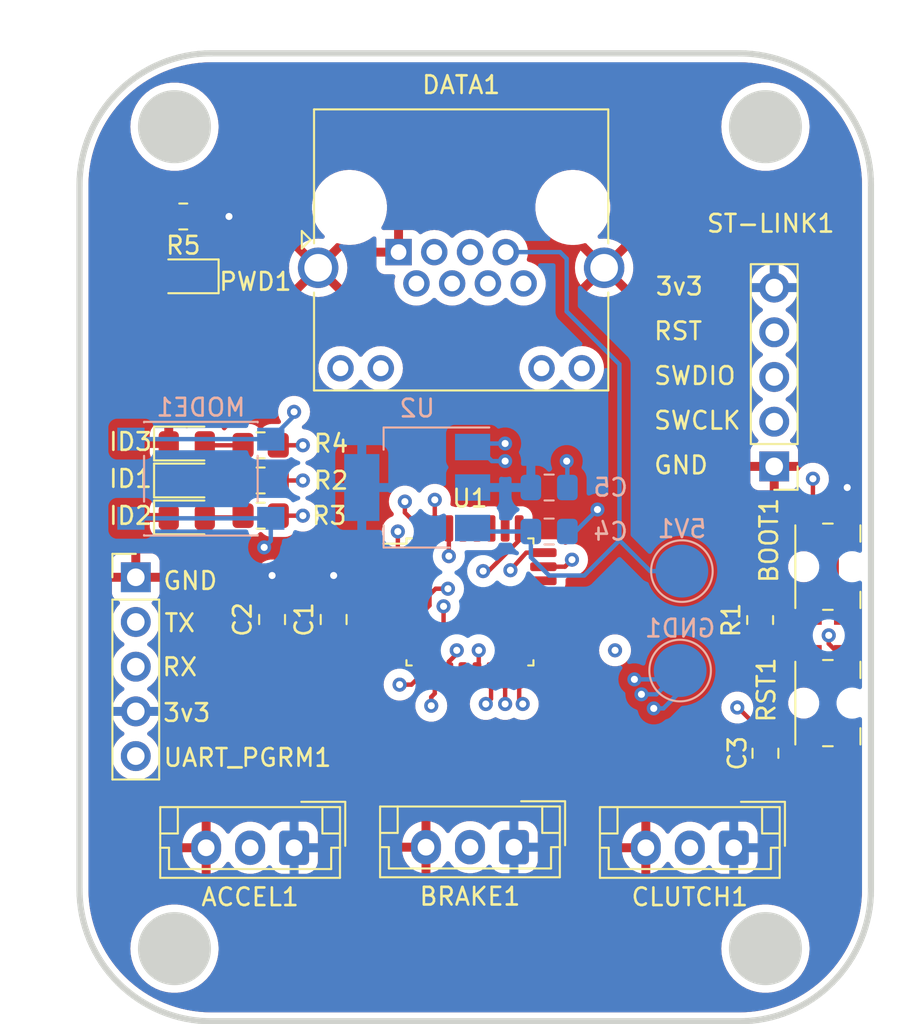
<source format=kicad_pcb>
(kicad_pcb (version 20211014) (generator pcbnew)
  (layers (0 "F.Cu" signal) (1 "In1.Cu" signal) (2 "In2.Cu" signal) (31 "B.Cu" signal) (34 "B.Paste" user) (35 "F.Paste" user) (36 "B.SilkS" user "B.Silkscreen") (37 "F.SilkS" user "F.Silkscreen") (38 "B.Mask" user) (39 "F.Mask" user) (44 "Edge.Cuts" user))
  (net 0 "")
  (net 3 "/BOOT")
  (net 5 "/NRST")
  (net 12 "/USART_TX")
  (net 13 "/SWCLK")
  (net 14 "/SWDIO")
  (net 19 "/MODE")
  (net 20 "Net-(PWD1-Pad2)")
  (net 21 "+3.3V")
  (net 22 "GNDREF")
  (net 23 "+5V")
  (net 24 "/CLUTCH")
  (net 25 "/ACCEL")
  (net 26 "/BRAKE")
  (net 27 "/MISO")
  (net 28 "/MOSI")
  (net 29 "/CS_PDL")
  (net 30 "/SCKL")
  (net 35 "/USART_RX")
  (net 38 "/IND0")
  (net 39 "/IND1")
  (net 40 "/IND2")
  (net 41 "Net-(ID1-Pad2)")
  (net 42 "Net-(ID2-Pad2)")
  (net 43 "Net-(ID3-Pad2)")
  (footprint "Connector_JST:JST_EH_B3B-EH-A_1x03_P2.50mm_Vertical" (layer "F.Cu") (at 149 116.935 180)
    (fp_text reference "BRAKE1" (at 2.5 -2.8 180) (layer "F.SilkS"))
    (fp_text value "Conn_01x03_Female")
    (pad "1" thru_hole roundrect (at 0 0 180) (size 1.7 1.95) (drill 0.95) (layers *.Cu *.Mask) (roundrect_rratio 0.1470588235) (net 21 "+3.3V"))
    (pad "2" thru_hole oval (at 2.5 0 180) (size 1.7 1.95) (drill 0.95) (layers *.Cu *.Mask) (net 26 "/BRAKE"))
    (pad "3" thru_hole oval (at 5 0 180) (size 1.7 1.95) (drill 0.95) (layers *.Cu *.Mask) (net 22 "GNDREF"))
  )
  (footprint "Capacitor_SMD:C_0805_2012Metric_Pad1.18x1.45mm_HandSolder" (layer "F.Cu") (at 135.25 104 90)
    (fp_text reference "C2" (at 0 -1.68 90) (layer "F.SilkS"))
    (fp_text value "4.7uf")
    (pad "1" smd roundrect (at -1.0375 0 90) (size 1.175 1.45) (layers "F.Cu" "F.Paste" "F.Mask") (roundrect_rratio 0.2127659574) (net 22 "GNDREF"))
    (pad "2" smd roundrect (at 1.0375 0 90) (size 1.175 1.45) (layers "F.Cu" "F.Paste" "F.Mask") (roundrect_rratio 0.2127659574) (net 21 "+3.3V"))
  )
  (footprint "LED_SMD:LED_0805_2012Metric_Pad1.15x1.40mm_HandSolder" (layer "F.Cu") (at 130.4 96.1)
    (fp_text reference "ID1" (at -3.2 -0.1) (layer "F.SilkS"))
    (fp_text value "LED")
    (pad "1" smd roundrect (at -1.025 0) (size 1.15 1.4) (layers "F.Cu" "F.Paste" "F.Mask") (roundrect_rratio 0.2173913043) (net 22 "GNDREF"))
    (pad "2" smd roundrect (at 1.025 0) (size 1.15 1.4) (layers "F.Cu" "F.Paste" "F.Mask") (roundrect_rratio 0.2173913043) (net 41 "Net-(ID1-Pad2)"))
  )
  (footprint "Connector_JST:JST_EH_B3B-EH-A_1x03_P2.50mm_Vertical" (layer "F.Cu") (at 161.5 116.9675 180)
    (fp_text reference "CLUTCH1" (at 2.5 -2.8 180) (layer "F.SilkS"))
    (fp_text value "Conn_01x03_Female")
    (pad "1" thru_hole roundrect (at 0 0 180) (size 1.7 1.95) (drill 0.95) (layers *.Cu *.Mask) (roundrect_rratio 0.1470588235) (net 21 "+3.3V"))
    (pad "2" thru_hole oval (at 2.5 0 180) (size 1.7 1.95) (drill 0.95) (layers *.Cu *.Mask) (net 24 "/CLUTCH"))
    (pad "3" thru_hole oval (at 5 0 180) (size 1.7 1.95) (drill 0.95) (layers *.Cu *.Mask) (net 22 "GNDREF"))
  )
  (footprint "Connector_RJ:RJ45_Amphenol_RJHSE538X" (layer "F.Cu") (at 142.44 83.125)
    (fp_text reference "DATA1" (at 3.56 -9.5) (layer "F.SilkS"))
    (fp_text value "8P8C_LED_Shielded")
    (pad "" np_thru_hole circle (at 9.91 -2.54) (size 3.25 3.25) (drill 3.25) (layers *.Cu *.Mask))
    (pad "" np_thru_hole circle (at -2.79 -2.54) (size 3.25 3.25) (drill 3.25) (layers *.Cu *.Mask))
    (pad "1" thru_hole rect (at 0 0) (size 1.5 1.5) (drill 0.89) (layers *.Cu *.Mask) (net 22 "GNDREF"))
    (pad "2" thru_hole circle (at 1.016 1.78) (size 1.5 1.5) (drill 0.89) (layers *.Cu *.Mask) (net 28 "/MOSI"))
    (pad "3" thru_hole circle (at 2.032 0) (size 1.5 1.5) (drill 0.89) (layers *.Cu *.Mask) (net 3 "/BOOT"))
    (pad "4" thru_hole circle (at 3.048 1.78) (size 1.5 1.5) (drill 0.89) (layers *.Cu *.Mask) (net 27 "/MISO"))
    (pad "5" thru_hole circle (at 4.064 0) (size 1.5 1.5) (drill 0.89) (layers *.Cu *.Mask))
    (pad "6" thru_hole circle (at 5.08 1.78) (size 1.5 1.5) (drill 0.89) (layers *.Cu *.Mask) (net 29 "/CS_PDL"))
    (pad "7" thru_hole circle (at 6.096 0) (size 1.5 1.5) (drill 0.89) (layers *.Cu *.Mask) (net 23 "+5V"))
    (pad "8" thru_hole circle (at 7.112 1.78) (size 1.5 1.5) (drill 0.89) (layers *.Cu *.Mask) (net 30 "/SCKL"))
    (pad "9" thru_hole circle (at -3.3 6.6) (size 1.5 1.5) (drill 0.89) (layers *.Cu *.Mask))
    (pad "10" thru_hole circle (at -1.01 6.6) (size 1.5 1.5) (drill 0.89) (layers *.Cu *.Mask))
    (pad "11" thru_hole circle (at 8.13 6.6) (size 1.5 1.5) (drill 0.89) (layers *.Cu *.Mask))
    (pad "12" thru_hole circle (at 10.42 6.6) (size 1.5 1.5) (drill 0.89) (layers *.Cu *.Mask))
    (pad "SH" thru_hole circle (at -4.57 0.89) (size 2.3 2.3) (drill 1.57) (layers *.Cu *.Mask) (net 22 "GNDREF"))
    (pad "SH" thru_hole circle (at 11.69 0.89) (size 2.3 2.3) (drill 1.57) (layers *.Cu *.Mask) (net 22 "GNDREF"))
  )
  (footprint "Resistor_SMD:R_0805_2012Metric_Pad1.20x1.40mm_HandSolder" (layer "F.Cu") (at 163 104.03 90)
    (fp_text reference "R1" (at 0 -1.65 90) (layer "F.SilkS"))
    (fp_text value "10K")
    (pad "1" smd roundrect (at -1 0 90) (size 1.2 1.4) (layers "F.Cu" "F.Paste" "F.Mask") (roundrect_rratio 0.2083333333) (net 13 "/SWCLK"))
    (pad "2" smd roundrect (at 1 0 90) (size 1.2 1.4) (layers "F.Cu" "F.Paste" "F.Mask") (roundrect_rratio 0.2083333333) (net 22 "GNDREF"))
  )
  (footprint "Resistor_SMD:R_0805_2012Metric_Pad1.20x1.40mm_HandSolder" (layer "F.Cu") (at 134.6 96.1 180)
    (fp_text reference "R2" (at -4 0) (layer "F.SilkS"))
    (fp_text value "10")
    (pad "1" smd roundrect (at -1 0 180) (size 1.2 1.4) (layers "F.Cu" "F.Paste" "F.Mask") (roundrect_rratio 0.2083333333) (net 38 "/IND0"))
    (pad "2" smd roundrect (at 1 0 180) (size 1.2 1.4) (layers "F.Cu" "F.Paste" "F.Mask") (roundrect_rratio 0.2083333333) (net 41 "Net-(ID1-Pad2)"))
  )
  (footprint "Button_Switch_SMD:Panasonic_EVQPUM_EVQPUD" (layer "F.Cu") (at 166.85 108.75 -90)
    (fp_text reference "RST1" (at -0.75 3.5 -90) (layer "F.SilkS"))
    (fp_text value "SW_Push")
    (pad "" np_thru_hole circle (at 0 -1.375 90) (size 0.75 0.75) (drill 0.75) (layers *.Cu *.Mask))
    (pad "" np_thru_hole circle (at 0 1.375 90) (size 0.75 0.75) (drill 0.75) (layers *.Cu *.Mask))
    (pad "1" smd rect (at 2.575 -0.85 90) (size 1.45 1) (layers "F.Cu" "F.Paste" "F.Mask") (net 5 "/NRST"))
    (pad "1" smd rect (at -2.575 -0.85 90) (size 1.45 1) (layers "F.Cu" "F.Paste" "F.Mask") (net 5 "/NRST"))
    (pad "2" smd rect (at -2.575 0.85 90) (size 1.45 1) (layers "F.Cu" "F.Paste" "F.Mask") (net 22 "GNDREF"))
    (pad "2" smd rect (at 2.575 0.85 90) (size 1.45 1) (layers "F.Cu" "F.Paste" "F.Mask") (net 22 "GNDREF"))
  )
  (footprint "Resistor_SMD:R_0805_2012Metric_Pad1.20x1.40mm_HandSolder" (layer "F.Cu") (at 134.6 94.1 180)
    (fp_text reference "R4" (at -4 0.1) (layer "F.SilkS"))
    (fp_text value "10")
    (pad "1" smd roundrect (at -1 0 180) (size 1.2 1.4) (layers "F.Cu" "F.Paste" "F.Mask") (roundrect_rratio 0.2083333333) (net 40 "/IND2"))
    (pad "2" smd roundrect (at 1 0 180) (size 1.2 1.4) (layers "F.Cu" "F.Paste" "F.Mask") (roundrect_rratio 0.2083333333) (net 43 "Net-(ID3-Pad2)"))
  )
  (footprint "Capacitor_SMD:C_0805_2012Metric_Pad1.18x1.45mm_HandSolder" (layer "F.Cu") (at 138.75 104 90)
    (fp_text reference "C1" (at 0 -1.68 90) (layer "F.SilkS"))
    (fp_text value "100nf")
    (pad "1" smd roundrect (at -1.0375 0 90) (size 1.175 1.45) (layers "F.Cu" "F.Paste" "F.Mask") (roundrect_rratio 0.2127659574) (net 22 "GNDREF"))
    (pad "2" smd roundrect (at 1.0375 0 90) (size 1.175 1.45) (layers "F.Cu" "F.Paste" "F.Mask") (roundrect_rratio 0.2127659574) (net 21 "+3.3V"))
  )
  (footprint "LED_SMD:LED_0805_2012Metric_Pad1.15x1.40mm_HandSolder" (layer "F.Cu") (at 130.4 98.2)
    (fp_text reference "ID2" (at -3.2 -0.1) (layer "F.SilkS"))
    (fp_text value "LED")
    (pad "1" smd roundrect (at -1.025 0) (size 1.15 1.4) (layers "F.Cu" "F.Paste" "F.Mask") (roundrect_rratio 0.2173913043) (net 22 "GNDREF"))
    (pad "2" smd roundrect (at 1.025 0) (size 1.15 1.4) (layers "F.Cu" "F.Paste" "F.Mask") (roundrect_rratio 0.2173913043) (net 42 "Net-(ID2-Pad2)"))
  )
  (footprint "Button_Switch_SMD:Panasonic_EVQPUM_EVQPUD" (layer "F.Cu") (at 166.85 101 -90)
    (fp_text reference "BOOT1" (at -1.5 3.35 -90) (layer "F.SilkS"))
    (fp_text value "SW_Push")
    (pad "" np_thru_hole circle (at 0 -1.375 90) (size 0.75 0.75) (drill 0.75) (layers *.Cu *.Mask))
    (pad "" np_thru_hole circle (at 0 1.375 90) (size 0.75 0.75) (drill 0.75) (layers *.Cu *.Mask))
    (pad "1" smd rect (at 2.575 -0.85 90) (size 1.45 1) (layers "F.Cu" "F.Paste" "F.Mask") (net 21 "+3.3V"))
    (pad "1" smd rect (at -2.575 -0.85 90) (size 1.45 1) (layers "F.Cu" "F.Paste" "F.Mask") (net 21 "+3.3V"))
    (pad "2" smd rect (at 2.575 0.85 90) (size 1.45 1) (layers "F.Cu" "F.Paste" "F.Mask") (net 13 "/SWCLK"))
    (pad "2" smd rect (at -2.575 0.85 90) (size 1.45 1) (layers "F.Cu" "F.Paste" "F.Mask") (net 13 "/SWCLK"))
  )
  (footprint "Resistor_SMD:R_0805_2012Metric_Pad1.20x1.40mm_HandSolder" (layer "F.Cu") (at 130.2 81.1 180)
    (fp_text reference "R5" (at 0 -1.65) (layer "F.SilkS"))
    (fp_text value "43")
    (pad "1" smd roundrect (at -1 0 180) (size 1.2 1.4) (layers "F.Cu" "F.Paste" "F.Mask") (roundrect_rratio 0.2083333333) (net 21 "+3.3V"))
    (pad "2" smd roundrect (at 1 0 180) (size 1.2 1.4) (layers "F.Cu" "F.Paste" "F.Mask") (roundrect_rratio 0.2083333333) (net 20 "Net-(PWD1-Pad2)"))
  )
  (footprint "Package_QFP:LQFP-32_7x7mm_P0.8mm" (layer "F.Cu") (at 146.5 103)
    (fp_text reference "U1" (at 0 -5.88) (layer "F.SilkS"))
    (fp_text value "STM32G070RBT6")
    (pad "1" smd roundrect (at -4.175 -2.8) (size 1.5 0.5) (layers "F.Cu" "F.Paste" "F.Mask") (net 19 "/MODE"))
    (pad "2" smd roundrect (at -4.175 -2) (size 1.5 0.5) (layers "F.Cu" "F.Paste" "F.Mask"))
    (pad "3" smd roundrect (at -4.175 -1.2) (size 1.5 0.5) (layers "F.Cu" "F.Paste" "F.Mask"))
    (pad "4" smd roundrect (at -4.175 -0.4) (size 1.5 0.5) (layers "F.Cu" "F.Paste" "F.Mask") (net 21 "+3.3V"))
    (pad "5" smd roundrect (at -4.175 0.4) (size 1.5 0.5) (layers "F.Cu" "F.Paste" "F.Mask") (net 22 "GNDREF"))
    (pad "6" smd roundrect (at -4.175 1.2) (size 1.5 0.5) (layers "F.Cu" "F.Paste" "F.Mask") (net 5 "/NRST"))
    (pad "7" smd roundrect (at -4.175 2) (size 1.5 0.5) (layers "F.Cu" "F.Paste" "F.Mask"))
    (pad "8" smd roundrect (at -4.175 2.8) (size 1.5 0.5) (layers "F.Cu" "F.Paste" "F.Mask") (net 30 "/SCKL"))
    (pad "9" smd roundrect (at -2.8 4.175) (size 0.5 1.5) (layers "F.Cu" "F.Paste" "F.Mask") (net 12 "/USART_TX"))
    (pad "10" smd roundrect (at -2 4.175) (size 0.5 1.5) (layers "F.Cu" "F.Paste" "F.Mask") (net 35 "/USART_RX"))
    (pad "11" smd roundrect (at -1.2 4.175) (size 0.5 1.5) (layers "F.Cu" "F.Paste" "F.Mask") (net 29 "/CS_PDL"))
    (pad "12" smd roundrect (at -0.4 4.175) (size 0.5 1.5) (layers "F.Cu" "F.Paste" "F.Mask"))
    (pad "13" smd roundrect (at 0.4 4.175) (size 0.5 1.5) (layers "F.Cu" "F.Paste" "F.Mask") (net 27 "/MISO"))
    (pad "14" smd roundrect (at 1.2 4.175) (size 0.5 1.5) (layers "F.Cu" "F.Paste" "F.Mask") (net 25 "/ACCEL"))
    (pad "15" smd roundrect (at 2 4.175) (size 0.5 1.5) (layers "F.Cu" "F.Paste" "F.Mask") (net 26 "/BRAKE"))
    (pad "16" smd roundrect (at 2.8 4.175) (size 0.5 1.5) (layers "F.Cu" "F.Paste" "F.Mask") (net 24 "/CLUTCH"))
    (pad "17" smd roundrect (at 4.175 2.8) (size 1.5 0.5) (layers "F.Cu" "F.Paste" "F.Mask"))
    (pad "18" smd roundrect (at 4.175 2) (size 1.5 0.5) (layers "F.Cu" "F.Paste" "F.Mask"))
    (pad "19" smd roundrect (at 4.175 1.2) (size 1.5 0.5) (layers "F.Cu" "F.Paste" "F.Mask"))
    (pad "20" smd roundrect (at 4.175 0.4) (size 1.5 0.5) (layers "F.Cu" "F.Paste" "F.Mask"))
    (pad "21" smd roundrect (at 4.175 -0.4) (size 1.5 0.5) (layers "F.Cu" "F.Paste" "F.Mask"))
    (pad "22" smd roundrect (at 4.175 -1.2) (size 1.5 0.5) (layers "F.Cu" "F.Paste" "F.Mask"))
    (pad "23" smd roundrect (at 4.175 -2) (size 1.5 0.5) (layers "F.Cu" "F.Paste" "F.Mask") (net 28 "/MOSI"))
    (pad "24" smd roundrect (at 4.175 -2.8) (size 1.5 0.5) (layers "F.Cu" "F.Paste" "F.Mask") (net 14 "/SWDIO"))
    (pad "25" smd roundrect (at 2.8 -4.175) (size 0.5 1.5) (layers "F.Cu" "F.Paste" "F.Mask") (net 13 "/SWCLK"))
    (pad "26" smd roundrect (at 2 -4.175) (size 0.5 1.5) (layers "F.Cu" "F.Paste" "F.Mask"))
    (pad "27" smd roundrect (at 1.2 -4.175) (size 0.5 1.5) (layers "F.Cu" "F.Paste" "F.Mask"))
    (pad "28" smd roundrect (at 0.4 -4.175) (size 0.5 1.5) (layers "F.Cu" "F.Paste" "F.Mask"))
    (pad "29" smd roundrect (at -0.4 -4.175) (size 0.5 1.5) (layers "F.Cu" "F.Paste" "F.Mask"))
    (pad "30" smd roundrect (at -1.2 -4.175) (size 0.5 1.5) (layers "F.Cu" "F.Paste" "F.Mask") (net 38 "/IND0"))
    (pad "31" smd roundrect (at -2 -4.175) (size 0.5 1.5) (layers "F.Cu" "F.Paste" "F.Mask") (net 39 "/IND1"))
    (pad "32" smd roundrect (at -2.8 -4.175) (size 0.5 1.5) (layers "F.Cu" "F.Paste" "F.Mask") (net 40 "/IND2"))
  )
  (footprint "Connector_PinHeader_2.54mm:PinHeader_1x05_P2.54mm_Vertical" (layer "F.Cu") (at 127.5 101.6)
    (fp_text reference "UART_PGRM1" (at 6.35 10.25 180) (layer "F.SilkS"))
    (fp_text value "Conn_01x05_Female")
    (pad "1" thru_hole rect (at 0 0) (size 1.7 1.7) (drill 1) (layers *.Cu *.Mask) (net 22 "GNDREF"))
    (pad "2" thru_hole oval (at 0 2.54) (size 1.7 1.7) (drill 1) (layers *.Cu *.Mask) (net 12 "/USART_TX"))
    (pad "3" thru_hole oval (at 0 5.08) (size 1.7 1.7) (drill 1) (layers *.Cu *.Mask) (net 35 "/USART_RX"))
    (pad "4" thru_hole oval (at 0 7.62) (size 1.7 1.7) (drill 1) (layers *.Cu *.Mask) (net 21 "+3.3V"))
    (pad "5" thru_hole oval (at 0 10.16) (size 1.7 1.7) (drill 1) (layers *.Cu *.Mask))
  )
  (footprint "Capacitor_SMD:C_0805_2012Metric_Pad1.18x1.45mm_HandSolder" (layer "F.Cu") (at 163.3 111.6 -90)
    (fp_text reference "C3" (at 0 1.6 90) (layer "F.SilkS"))
    (fp_text value "0.1uf")
    (pad "1" smd roundrect (at -1.0375 0 270) (size 1.175 1.45) (layers "F.Cu" "F.Paste" "F.Mask") (roundrect_rratio 0.2127659574) (net 5 "/NRST"))
    (pad "2" smd roundrect (at 1.0375 0 270) (size 1.175 1.45) (layers "F.Cu" "F.Paste" "F.Mask") (roundrect_rratio 0.2127659574) (net 22 "GNDREF"))
  )
  (footprint "Connector_JST:JST_EH_B3B-EH-A_1x03_P2.50mm_Vertical" (layer "F.Cu") (at 136.5 116.9675 180)
    (fp_text reference "ACCEL1" (at 2.5 -2.8 180) (layer "F.SilkS"))
    (fp_text value "Conn_01x03_Female")
    (pad "1" thru_hole roundrect (at 0 0 180) (size 1.7 1.95) (drill 0.95) (layers *.Cu *.Mask) (roundrect_rratio 0.1470588235) (net 21 "+3.3V"))
    (pad "2" thru_hole oval (at 2.5 0 180) (size 1.7 1.95) (drill 0.95) (layers *.Cu *.Mask) (net 25 "/ACCEL"))
    (pad "3" thru_hole oval (at 5 0 180) (size 1.7 1.95) (drill 0.95) (layers *.Cu *.Mask) (net 22 "GNDREF"))
  )
  (footprint "LED_SMD:LED_0805_2012Metric_Pad1.15x1.40mm_HandSolder" (layer "F.Cu") (at 130.4 94)
    (fp_text reference "ID3" (at -3.2 -0.1) (layer "F.SilkS"))
    (fp_text value "LED")
    (pad "1" smd roundrect (at -1.025 0) (size 1.15 1.4) (layers "F.Cu" "F.Paste" "F.Mask") (roundrect_rratio 0.2173913043) (net 22 "GNDREF"))
    (pad "2" smd roundrect (at 1.025 0) (size 1.15 1.4) (layers "F.Cu" "F.Paste" "F.Mask") (roundrect_rratio 0.2173913043) (net 43 "Net-(ID3-Pad2)"))
  )
  (footprint "Resistor_SMD:R_0805_2012Metric_Pad1.20x1.40mm_HandSolder" (layer "F.Cu") (at 134.6 98.1 180)
    (fp_text reference "R3" (at -3.9 0) (layer "F.SilkS"))
    (fp_text value "10")
    (pad "1" smd roundrect (at -1 0 180) (size 1.2 1.4) (layers "F.Cu" "F.Paste" "F.Mask") (roundrect_rratio 0.2083333333) (net 39 "/IND1"))
    (pad "2" smd roundrect (at 1 0 180) (size 1.2 1.4) (layers "F.Cu" "F.Paste" "F.Mask") (roundrect_rratio 0.2083333333) (net 42 "Net-(ID2-Pad2)"))
  )
  (footprint "LED_SMD:LED_0805_2012Metric_Pad1.15x1.40mm_HandSolder" (layer "F.Cu") (at 130.35 84.5 180)
    (fp_text reference "PWD1" (at -3.95 -0.3) (layer "F.SilkS"))
    (fp_text value "LED")
    (pad "1" smd roundrect (at -1.025 0 180) (size 1.15 1.4) (layers "F.Cu" "F.Paste" "F.Mask") (roundrect_rratio 0.2173913043) (net 22 "GNDREF"))
    (pad "2" smd roundrect (at 1.025 0 180) (size 1.15 1.4) (layers "F.Cu" "F.Paste" "F.Mask") (roundrect_rratio 0.2173913043) (net 20 "Net-(PWD1-Pad2)"))
  )
  (footprint "Connector_PinHeader_2.54mm:PinHeader_1x05_P2.54mm_Vertical" (layer "F.Cu") (at 163.8 95.3 180)
    (fp_text reference "ST-LINK1" (at 0.2 13.8 180) (layer "F.SilkS"))
    (fp_text value "Conn_01x05_Female")
    (pad "1" thru_hole rect (at 0 0 180) (size 1.7 1.7) (drill 1) (layers *.Cu *.Mask) (net 22 "GNDREF"))
    (pad "2" thru_hole oval (at 0 2.54 180) (size 1.7 1.7) (drill 1) (layers *.Cu *.Mask) (net 13 "/SWCLK"))
    (pad "3" thru_hole oval (at 0 5.08 180) (size 1.7 1.7) (drill 1) (layers *.Cu *.Mask) (net 14 "/SWDIO"))
    (pad "4" thru_hole oval (at 0 7.62 180) (size 1.7 1.7) (drill 1) (layers *.Cu *.Mask) (net 5 "/NRST"))
    (pad "5" thru_hole oval (at 0 10.16 180) (size 1.7 1.7) (drill 1) (layers *.Cu *.Mask) (net 21 "+3.3V"))
  )
  (footprint "Capacitor_SMD:C_0805_2012Metric_Pad1.18x1.45mm_HandSolder" (layer "B.Cu") (at 151 99)
    (fp_text reference "C4" (at 3.5 0) (layer "B.SilkS") (effects (justify mirror)))
    (fp_text value "1uf")
    (pad "1" smd roundrect (at -1.0375 0) (size 1.175 1.45) (layers "B.Cu" "B.Paste" "B.Mask") (roundrect_rratio 0.2127659574) (net 23 "+5V"))
    (pad "2" smd roundrect (at 1.0375 0) (size 1.175 1.45) (layers "B.Cu" "B.Paste" "B.Mask") (roundrect_rratio 0.2127659574) (net 22 "GNDREF"))
  )
  (footprint "Button_Switch_SMD:SW_Push_1P1T_NO_6x6mm_H9.5mm" (layer "B.Cu") (at 131.2 96 180)
    (fp_text reference "MODE1" (at 0 4.05) (layer "B.SilkS") (effects (justify mirror)))
    (fp_text value "SW_Push")
    (pad "1" smd rect (at 3.975 2.25 180) (size 1.55 1.3) (layers "B.Cu" "B.Paste" "B.Mask") (net 19 "/MODE"))
    (pad "1" smd rect (at -3.975 2.25 180) (size 1.55 1.3) (layers "B.Cu" "B.Paste" "B.Mask") (net 19 "/MODE"))
    (pad "2" smd rect (at 3.975 -2.25 180) (size 1.55 1.3) (layers "B.Cu" "B.Paste" "B.Mask") (net 22 "GNDREF"))
    (pad "2" smd rect (at -3.975 -2.25 180) (size 1.55 1.3) (layers "B.Cu" "B.Paste" "B.Mask") (net 22 "GNDREF"))
  )
  (footprint "Capacitor_SMD:C_0805_2012Metric_Pad1.18x1.45mm_HandSolder" (layer "B.Cu") (at 151 96.5)
    (fp_text reference "C5" (at 3.5 0) (layer "B.SilkS") (effects (justify mirror)))
    (fp_text value "4.7uf")
    (pad "1" smd roundrect (at -1.0375 0) (size 1.175 1.45) (layers "B.Cu" "B.Paste" "B.Mask") (roundrect_rratio 0.2127659574) (net 21 "+3.3V"))
    (pad "2" smd roundrect (at 1.0375 0) (size 1.175 1.45) (layers "B.Cu" "B.Paste" "B.Mask") (roundrect_rratio 0.2127659574) (net 22 "GNDREF"))
  )
  (footprint "TestPoint:TestPoint_Pad_D3.0mm" (layer "B.Cu") (at 158.55 101.25 180)
    (fp_text reference "5V1" (at 0 2.398) (layer "B.SilkS") (effects (justify mirror)))
    (fp_text value "TestPoint")
    (pad "1" smd circle (at 0 0 180) (size 3 3) (layers "B.Cu" "B.Mask") (net 23 "+5V"))
  )
  (footprint "TestPoint:TestPoint_Pad_D3.0mm" (layer "B.Cu") (at 158.45 106.9 180)
    (fp_text reference "GND1" (at 0 2.398) (layer "B.SilkS") (effects (justify mirror)))
    (fp_text value "TestPoint")
    (pad "1" smd circle (at 0 0 180) (size 3 3) (layers "B.Cu" "B.Mask") (net 22 "GNDREF"))
  )
  (footprint "Package_TO_SOT_SMD:SOT-223-3_TabPin2" (layer "B.Cu") (at 143.5 96.5 180)
    (fp_text reference "U2" (at 0 4.5) (layer "B.SilkS") (effects (justify mirror)))
    (fp_text value "LDL1117")
    (pad "1" smd rect (at -3.15 2.3 180) (size 2 1.5) (layers "B.Cu" "B.Paste" "B.Mask") (net 22 "GNDREF"))
    (pad "2" smd rect (at -3.15 0 180) (size 2 1.5) (layers "B.Cu" "B.Paste" "B.Mask") (net 21 "+3.3V"))
    (pad "2" smd rect (at 3.15 0 180) (size 2 3.8) (layers "B.Cu" "B.Paste" "B.Mask") (net 21 "+3.3V"))
    (pad "3" smd rect (at -3.15 -2.3 180) (size 2 1.5) (layers "B.Cu" "B.Paste" "B.Mask") (net 23 "+5V"))
  )
  (gr_line (start 125.18355 75.797418) (end 125.36396 75.47842) (layer "Edge.Cuts") (width 0.349999))
  (gr_line (start 166.262042 73.300778) (end 166.553182 73.527581) (layer "Edge.Cuts") (width 0.349999))
  (gr_line (start 124.62419 121.510361) (end 124.526193 121.157226) (layer "Edge.Cuts") (width 0.349999))
  (gr_line (start 124.336701 78.587814) (end 124.382194 78.221573) (layer "Edge.Cuts") (width 0.349999))
  (gr_line (start 161.799997 71.829097) (end 162.171901 71.838314) (layer "Edge.Cuts") (width 0.349999))
  (gr_line (start 129.971872 126.602905) (end 129.618736 126.504908) (layer "Edge.Cuts") (width 0.349999))
  (gr_line (start 131.058717 71.865797) (end 131.428097 71.838314) (layer "Edge.Cuts") (width 0.349999))
  (gr_line (start 169.299997 79.329097) (end 169.299997 119.329097) (layer "Edge.Cuts") (width 0.349999))
  (gr_line (start 168.416448 75.797418) (end 168.580885 76.124473) (layer "Edge.Cuts") (width 0.349999))
  (gr_line (start 126.766193 124.888857) (end 126.4967 124.6324) (layer "Edge.Cuts") (width 0.349999))
  (gr_line (start 129.971872 72.055289) (end 130.32999 71.974539) (layer "Edge.Cuts") (width 0.349999))
  (gr_line (start 167.359757 74.295289) (end 167.601514 74.575913) (layer "Edge.Cuts") (width 0.349999))
  (gr_line (start 163.270007 71.974539) (end 163.628126 72.055289) (layer "Edge.Cuts") (width 0.349999))
  (gr_line (start 169.29078 119.701) (end 169.263297 120.07038) (layer "Edge.Cuts") (width 0.349999))
  (gr_line (start 163.981261 126.504908) (end 163.628126 126.602905) (layer "Edge.Cuts") (width 0.349999))
  (gr_line (start 124.382194 78.221573) (end 124.445443 77.859086) (layer "Edge.Cuts") (width 0.349999))
  (gr_line (start 131.8 126.829097) (end 131.428097 126.819879) (layer "Edge.Cuts") (width 0.349999))
  (gr_line (start 127.337956 73.300778) (end 127.638996 73.089185) (layer "Edge.Cuts") (width 0.349999))
  (gr_line (start 131.428097 126.819879) (end 131.058717 126.792397) (layer "Edge.Cuts") (width 0.349999))
  (gr_line (start 126.240242 74.295289) (end 126.4967 74.025796) (layer "Edge.Cuts") (width 0.349999))
  (gr_line (start 165.650675 125.765138) (end 165.331676 125.945548) (layer "Edge.Cuts") (width 0.349999))
  (gr_line (start 169.154555 120.799107) (end 169.073805 121.157226) (layer "Edge.Cuts") (width 0.349999))
  (gr_line (start 168.580885 76.124473) (end 168.729094 76.458971) (layer "Edge.Cuts") (width 0.349999))
  (gr_line (start 124.870904 76.458971) (end 125.019113 76.124473) (layer "Edge.Cuts") (width 0.349999))
  (gr_line (start 166.553182 73.527581) (end 166.833806 73.769338) (layer "Edge.Cuts") (width 0.349999))
  (gr_line (start 163.628126 72.055289) (end 163.981261 72.153286) (layer "Edge.Cuts") (width 0.349999))
  (gr_line (start 127.949323 72.893056) (end 128.268322 72.712646) (layer "Edge.Cuts") (width 0.349999))
  (gr_line (start 168.86082 121.857898) (end 168.729094 122.199223) (layer "Edge.Cuts") (width 0.349999))
  (gr_line (start 125.36396 123.179774) (end 125.18355 122.860776) (layer "Edge.Cuts") (width 0.349999))
  (gr_line (start 167.601514 124.082282) (end 167.359757 124.362906) (layer "Edge.Cuts") (width 0.349999))
  (gr_line (start 129.618736 126.504908) (end 129.271199 126.389919) (layer "Edge.Cuts") (width 0.349999))
  (gr_line (start 124.336701 120.07038) (end 124.309218 119.701) (layer "Edge.Cuts") (width 0.349999))
  (gr_line (start 130.692477 71.91129) (end 131.058717 71.865797) (layer "Edge.Cuts") (width 0.349999))
  (gr_line (start 161.799997 126.829097) (end 131.8 126.829097) (layer "Edge.Cuts") (width 0.349999))
  (gr_line (start 125.998484 124.082282) (end 125.771682 123.791142) (layer "Edge.Cuts") (width 0.349999))
  (gr_line (start 169.073805 77.500968) (end 169.154555 77.859086) (layer "Edge.Cuts") (width 0.349999))
  (gr_line (start 163.628126 126.602905) (end 163.270007 126.683655) (layer "Edge.Cuts") (width 0.349999))
  (gr_line (start 168.975808 77.147833) (end 169.073805 77.500968) (layer "Edge.Cuts") (width 0.349999))
  (gr_line (start 164.328798 126.389919) (end 163.981261 126.504908) (layer "Edge.Cuts") (width 0.349999))
  (gr_line (start 127.337956 125.357417) (end 127.046816 125.130614) (layer "Edge.Cuts") (width 0.349999))
  (gr_line (start 124.309218 119.701) (end 124.300001 119.329097) (layer "Edge.Cuts") (width 0.349999))
  (gr_circle (center 129.7 76) (end 131.7 76) (layer "Edge.Cuts") (width 0.15) (fill solid))
  (gr_line (start 161.799997 71.829097) (end 161.799997 71.829097) (layer "Edge.Cuts") (width 0.349999))
  (gr_line (start 129.618736 72.153286) (end 129.971872 72.055289) (layer "Edge.Cuts") (width 0.349999))
  (gr_line (start 125.771682 123.791142) (end 125.560089 123.490101) (layer "Edge.Cuts") (width 0.349999))
  (gr_line (start 124.300001 79.329097) (end 124.309218 78.957193) (layer "Edge.Cuts") (width 0.349999))
  (gr_line (start 127.046816 125.130614) (end 126.766193 124.888857) (layer "Edge.Cuts") (width 0.349999))
  (gr_line (start 124.739178 76.800295) (end 124.870904 76.458971) (layer "Edge.Cuts") (width 0.349999))
  (gr_line (start 126.4967 124.6324) (end 126.240242 124.362906) (layer "Edge.Cuts") (width 0.349999))
  (gr_line (start 166.553182 125.130614) (end 166.262042 125.357417) (layer "Edge.Cuts") (width 0.349999))
  (gr_line (start 165.650675 72.893056) (end 165.961002 73.089185) (layer "Edge.Cuts") (width 0.349999))
  (gr_line (start 169.263297 120.07038) (end 169.217804 120.43662) (layer "Edge.Cuts") (width 0.349999))
  (gr_line (start 127.638996 125.569009) (end 127.337956 125.357417) (layer "Edge.Cuts") (width 0.349999))
  (gr_line (start 130.32999 126.683655) (end 129.971872 126.602905) (layer "Edge.Cuts") (width 0.349999))
  (gr_line (start 124.739178 121.857898) (end 124.62419 121.510361) (layer "Edge.Cuts") (width 0.349999))
  (gr_line (start 128.595377 72.548209) (end 128.929874 72.4) (layer "Edge.Cuts") (width 0.349999))
  (gr_line (start 167.1033 74.025796) (end 167.359757 74.295289) (layer "Edge.Cuts") (width 0.349999))
  (gr_line (start 162.54128 71.865797) (end 162.90752 71.91129) (layer "Edge.Cuts") (width 0.349999))
  (gr_line (start 162.171901 71.838314) (end 162.54128 71.865797) (layer "Edge.Cuts") (width 0.349999))
  (gr_line (start 166.833806 73.769338) (end 167.1033 74.025796) (layer "Edge.Cuts") (width 0.349999))
  (gr_line (start 162.90752 71.91129) (end 163.270007 71.974539) (layer "Edge.Cuts") (width 0.349999))
  (gr_line (start 131.058717 126.792397) (end 130.692477 126.746904) (layer "Edge.Cuts") (width 0.349999))
  (gr_line (start 124.382194 120.43662) (end 124.336701 120.07038) (layer "Edge.Cuts") (width 0.349999))
  (gr_line (start 168.729094 122.199223) (end 168.580885 122.53372) (layer "Edge.Cuts") (width 0.349999))
  (gr_line (start 165.961002 73.089185) (end 166.262042 73.300778) (layer "Edge.Cuts") (width 0.349999))
  (gr_line (start 125.560089 123.490101) (end 125.36396 123.179774) (layer "Edge.Cuts") (width 0.349999))
  (gr_line (start 165.004621 72.548209) (end 165.331676 72.712646) (layer "Edge.Cuts") (width 0.349999))
  (gr_line (start 168.729094 76.458971) (end 168.86082 76.800295) (layer "Edge.Cuts") (width 0.349999))
  (gr_line (start 168.416448 122.860776) (end 168.236038 123.179774) (layer "Edge.Cuts") (width 0.349999))
  (gr_line (start 164.670123 72.4) (end 165.004621 72.548209) (layer "Edge.Cuts") (width 0.349999))
  (gr_line (start 163.981261 72.153286) (end 164.328798 72.268274) (layer "Edge.Cuts") (width 0.349999))
  (gr_line (start 165.331676 72.712646) (end 165.650675 72.893056) (layer "Edge.Cuts") (width 0.349999))
  (gr_line (start 126.766193 73.769338) (end 127.046816 73.527581) (layer "Edge.Cuts") (width 0.349999))
  (gr_line (start 129.271199 72.268274) (end 129.618736 72.153286) (layer "Edge.Cuts") (width 0.349999))
  (gr_line (start 165.331676 125.945548) (end 165.004621 126.109985) (layer "Edge.Cuts") (width 0.349999))
  (gr_line (start 169.299997 119.329097) (end 169.29078 119.701) (layer "Edge.Cuts") (width 0.349999))
  (gr_line (start 126.240242 124.362906) (end 125.998484 124.082282) (layer "Edge.Cuts") (width 0.349999))
  (gr_line (start 131.8 71.829097) (end 161.799997 71.829097) (layer "Edge.Cuts") (width 0.349999))
  (gr_line (start 126.4967 74.025796) (end 126.766193 73.769338) (layer "Edge.Cuts") (width 0.349999))
  (gr_line (start 169.073805 121.157226) (end 168.975808 121.510361) (layer "Edge.Cuts") (width 0.349999))
  (gr_line (start 166.262042 125.357417) (end 165.961002 125.569009) (layer "Edge.Cuts") (width 0.349999))
  (gr_circle (center 163.3 76) (end 165.3 76) (layer "Edge.Cuts") (width 0.15) (fill solid))
  (gr_line (start 168.236038 123.179774) (end 168.03991 123.490101) (layer "Edge.Cuts") (width 0.349999))
  (gr_line (start 169.154555 77.859086) (end 169.217804 78.221573) (layer "Edge.Cuts") (width 0.349999))
  (gr_line (start 169.217804 120.43662) (end 169.154555 120.799107) (layer "Edge.Cuts") (width 0.349999))
  (gr_line (start 129.271199 126.389919) (end 128.929874 126.258193) (layer "Edge.Cuts") (width 0.349999))
  (gr_line (start 167.828317 123.791142) (end 167.601514 124.082282) (layer "Edge.Cuts") (width 0.349999))
  (gr_line (start 124.445443 77.859086) (end 124.526193 77.500968) (layer "Edge.Cuts") (width 0.349999))
  (gr_line (start 128.268322 125.945548) (end 127.949323 125.765138) (layer "Edge.Cuts") (width 0.349999))
  (gr_line (start 165.004621 126.109985) (end 164.670123 126.258193) (layer "Edge.Cuts") (width 0.349999))
  (gr_line (start 168.236038 75.47842) (end 168.416448 75.797418) (layer "Edge.Cuts") (width 0.349999))
  (gr_line (start 130.32999 71.974539) (end 130.692477 71.91129) (layer "Edge.Cuts") (width 0.349999))
  (gr_line (start 126.4967 124.6324) (end 126.4967 124.6324) (layer "Edge.Cuts") (width 0.349999))
  (gr_line (start 124.526193 77.500968) (end 124.62419 77.147833) (layer "Edge.Cuts") (width 0.349999))
  (gr_line (start 168.975808 121.510361) (end 168.86082 121.857898) (layer "Edge.Cuts") (width 0.349999))
  (gr_line (start 124.526193 121.157226) (end 124.445443 120.799107) (layer "Edge.Cuts") (width 0.349999))
  (gr_line (start 169.29078 78.957193) (end 169.299997 79.329097) (layer "Edge.Cuts") (width 0.349999))
  (gr_line (start 131.428097 71.838314) (end 131.8 71.829097) (layer "Edge.Cuts") (width 0.349999))
  (gr_line (start 127.046816 73.527581) (end 127.337956 73.300778) (layer "Edge.Cuts") (width 0.349999))
  (gr_line (start 131.8 71.829097) (end 131.8 71.829097) (layer "Edge.Cuts") (width 0.349999))
  (gr_line (start 166.833806 124.888857) (end 166.553182 125.130614) (layer "Edge.Cuts") (width 0.349999))
  (gr_line (start 125.18355 122.860776) (end 125.019113 122.53372) (layer "Edge.Cuts") (width 0.349999))
  (gr_line (start 162.54128 126.792397) (end 162.171901 126.819879) (layer "Edge.Cuts") (width 0.349999))
  (gr_line (start 125.771682 74.867052) (end 125.998484 74.575913) (layer "Edge.Cuts") (width 0.349999))
  (gr_line (start 127.638996 73.089185) (end 127.949323 72.893056) (layer "Edge.Cuts") (width 0.349999))
  (gr_line (start 128.929874 126.258193) (end 128.595377 126.109985) (layer "Edge.Cuts") (width 0.349999))
  (gr_line (start 168.03991 75.168093) (end 168.236038 75.47842) (layer "Edge.Cuts") (width 0.349999))
  (gr_line (start 169.299997 79.329097) (end 169.299997 79.329097) (layer "Edge.Cuts") (width 0.349999))
  (gr_line (start 130.692477 126.746904) (end 130.32999 126.683655) (layer "Edge.Cuts") (width 0.349999))
  (gr_line (start 163.270007 126.683655) (end 162.90752 126.746904) (layer "Edge.Cuts") (width 0.349999))
  (gr_line (start 161.799997 126.829097) (end 161.799997 126.829097) (layer "Edge.Cuts") (width 0.349999))
  (gr_circle (center 129.7 122.7) (end 131.7 122.7) (layer "Edge.Cuts") (width 0.15) (fill solid))
  (gr_line (start 167.359757 124.362906) (end 167.1033 124.6324) (layer "Edge.Cuts") (width 0.349999))
  (gr_line (start 124.62419 77.147833) (end 124.739178 76.800295) (layer "Edge.Cuts") (width 0.349999))
  (gr_line (start 125.560089 75.168093) (end 125.771682 74.867052) (layer "Edge.Cuts") (width 0.349999))
  (gr_line (start 125.998484 74.575913) (end 126.240242 74.295289) (layer "Edge.Cuts") (width 0.349999))
  (gr_line (start 167.828317 74.867052) (end 168.03991 75.168093) (layer "Edge.Cuts") (width 0.349999))
  (gr_line (start 165.961002 125.569009) (end 165.650675 125.765138) (layer "Edge.Cuts") (width 0.349999))
  (gr_line (start 127.949323 125.765138) (end 127.638996 125.569009) (layer "Edge.Cuts") (width 0.349999))
  (gr_line (start 125.36396 75.47842) (end 125.560089 75.168093) (layer "Edge.Cuts") (width 0.349999))
  (gr_line (start 128.595377 126.109985) (end 128.268322 125.945548) (layer "Edge.Cuts") (width 0.349999))
  (gr_line (start 164.670123 126.258193) (end 164.328798 126.389919) (layer "Edge.Cuts") (width 0.349999))
  (gr_line (start 131.8 126.829097) (end 131.8 126.829097) (layer "Edge.Cuts") (width 0.349999))
  (gr_line (start 168.580885 122.53372) (end 168.416448 122.860776) (layer "Edge.Cuts") (width 0.349999))
  (gr_line (start 124.445443 120.799107) (end 124.382194 120.43662) (layer "Edge.Cuts") (width 0.349999))
  (gr_line (start 167.1033 74.025796) (end 167.1033 74.025796) (layer "Edge.Cuts") (width 0.349999))
  (gr_line (start 128.268322 72.712646) (end 128.595377 72.548209) (layer "Edge.Cuts") (width 0.349999))
  (gr_circle (center 163.3 122.7) (end 165.3 122.7) (layer "Edge.Cuts") (width 0.15) (fill solid))
  (gr_line (start 169.263297 78.587814) (end 169.29078 78.957193) (layer "Edge.Cuts") (width 0.349999))
  (gr_line (start 169.299997 119.329097) (end 169.299997 119.329097) (layer "Edge.Cuts") (width 0.349999))
  (gr_line (start 168.03991 123.490101) (end 167.828317 123.791142) (layer "Edge.Cuts") (width 0.349999))
  (gr_line (start 162.90752 126.746904) (end 162.54128 126.792397) (layer "Edge.Cuts") (width 0.349999))
  (gr_line (start 124.300001 79.329097) (end 124.300001 79.329097) (layer "Edge.Cuts") (width 0.349999))
  (gr_line (start 124.309218 78.957193) (end 124.336701 78.587814) (layer "Edge.Cuts") (width 0.349999))
  (gr_line (start 168.86082 76.800295) (end 168.975808 77.147833) (layer "Edge.Cuts") (width 0.349999))
  (gr_line (start 125.019113 122.53372) (end 124.870904 122.199223) (layer "Edge.Cuts") (width 0.349999))
  (gr_line (start 164.328798 72.268274) (end 164.670123 72.4) (layer "Edge.Cuts") (width 0.349999))
  (gr_line (start 128.929874 72.4) (end 129.271199 72.268274) (layer "Edge.Cuts") (width 0.349999))
  (gr_line (start 126.4967 74.025796) (end 126.4967 74.025796) (layer "Edge.Cuts") (width 0.349999))
  (gr_line (start 162.171901 126.819879) (end 161.799997 126.829097) (layer "Edge.Cuts") (width 0.349999))
  (gr_line (start 124.870904 122.199223) (end 124.739178 121.857898) (layer "Edge.Cuts") (width 0.349999))
  (gr_line (start 124.300001 119.329097) (end 124.300001 79.329097) (layer "Edge.Cuts") (width 0.349999))
  (gr_line (start 167.1033 124.6324) (end 166.833806 124.888857) (layer "Edge.Cuts") (width 0.349999))
  (gr_line (start 167.601514 74.575913) (end 167.828317 74.867052) (layer "Edge.Cuts") (width 0.349999))
  (gr_line (start 167.1033 124.6324) (end 167.1033 124.6324) (layer "Edge.Cuts") (width 0.349999))
  (gr_line (start 169.217804 78.221573) (end 169.263297 78.587814) (layer "Edge.Cuts") (width 0.349999))
  (gr_line (start 125.019113 76.124473) (end 125.18355 75.797418) (layer "Edge.Cuts") (width 0.349999))
  (gr_text "RST" (at 158.333334 87.6125) (layer "F.SilkS") (effects (font (size 1 1))))
  (gr_text "SWDIO\n" (at 159.285715 90.1525) (layer "F.SilkS") (effects (font (size 1 1))))
  (gr_text "RX\n" (at 130 106.7) (layer "F.SilkS") (effects (font (size 1 1))))
  (gr_text "TX\n" (at 130 104.2) (layer "F.SilkS") (effects (font (size 1 1))))
  (gr_text "SWCLK" (at 159.428572 92.6925) (layer "F.SilkS") (effects (font (size 1 1))))
  (gr_text "GND" (at 130.6 101.8) (layer "F.SilkS") (effects (font (size 1 1))))
  (gr_text "3v3" (at 158.404762 85.0725) (layer "F.SilkS") (effects (font (size 1 1))))
  (gr_text "3v3\n" (at 130.4 109.3) (layer "F.SilkS") (effects (font (size 1 1))))
  (gr_text "GND" (at 158.5 95.2325) (layer "F.SilkS") (effects (font (size 1 1))))
  (segment (start 167.7 106.7) (end 166.9 107.5) (width 0.25) (layer "F.Cu") (net 5))
  (segment (start 163.3625 110.5625) (end 163.3 110.5625) (width 0.25) (layer "F.Cu") (net 5))
  (segment (start 144.2 102.6) (end 144.55 102.25) (width 0.25) (layer "F.Cu") (net 5))
  (segment (start 166.9 107.5) (end 166.9 110.525) (width 0.25) (layer "F.Cu") (net 5))
  (segment (start 166.9 110.525) (end 167.7 111.325) (width 0.25) (layer "F.Cu") (net 5))
  (segment (start 167.7 111.9) (end 167 112.6) (width 0.25) (layer "F.Cu") (net 5))
  (segment (start 167.7 106.175) (end 167.7 106.7) (width 0.25) (layer "F.Cu") (net 5))
  (segment (start 166.9 105.375) (end 167.7 106.175) (width 0.25) (layer "F.Cu") (net 5))
  (segment (start 144.55 102.25) (end 145.25 102.25) (width 0.25) (layer "F.Cu") (net 5))
  (segment (start 165.4 112.6) (end 163.3625 110.5625) (width 0.25) (layer "F.Cu") (net 5))
  (segment (start 143.2 104.2) (end 144.2 103.2) (width 0.25) (layer "F.Cu") (net 5))
  (segment (start 167 112.6) (end 165.4 112.6) (width 0.25) (layer "F.Cu") (net 5))
  (segment (start 167.7 111.325) (end 167.7 111.9) (width 0.25) (layer "F.Cu") (net 5))
  (segment (start 161.7375 109) (end 163.3 110.5625) (width 0.25) (layer "F.Cu") (net 5))
  (segment (start 166.9 104.9) (end 166.9 105.375) (width 0.25) (layer "F.Cu") (net 5))
  (segment (start 161.7 109) (end 161.7375 109) (width 0.25) (layer "F.Cu") (net 5))
  (segment (start 144.2 103.2) (end 144.2 102.6) (width 0.25) (layer "F.Cu") (net 5))
  (segment (start 142.325 104.2) (end 143.2 104.2) (width 0.25) (layer "F.Cu") (net 5))
  (via (at 161.7 109) (size 0.8) (drill 0.4) (layers "F.Cu" "B.Cu") (net 5))
  (via (at 166.9 104.9) (size 0.8) (drill 0.4) (layers "F.Cu" "B.Cu") (net 5))
  (via (at 145.25 102.25) (size 0.8) (drill 0.4) (layers "F.Cu" "B.Cu") (net 5))
  (segment (start 142.5 107.7) (end 143.175 107.7) (width 0.25) (layer "F.Cu") (net 12))
  (segment (start 143.175 107.7) (end 143.7 107.175) (width 0.25) (layer "F.Cu") (net 12))
  (via (at 142.5 107.7) (size 0.8) (drill 0.4) (layers "F.Cu" "B.Cu") (net 12))
  (segment (start 149.3 99.5) (end 147.55 101.25) (width 0.25) (layer "F.Cu") (net 13))
  (segment (start 163 105.03) (end 164.545 105.03) (width 0.25) (layer "F.Cu") (net 13))
  (segment (start 149.3 98.825) (end 149.3 99.5) (width 0.25) (layer "F.Cu") (net 13))
  (segment (start 166.8 102.775) (end 166 103.575) (width 0.25) (layer "F.Cu") (net 13))
  (segment (start 166 98.6) (end 166.8 99.4) (width 0.25) (layer "F.Cu") (net 13))
  (segment (start 166 96) (end 166 98.425) (width 0.25) (layer "F.Cu") (net 13))
  (segment (start 164.545 105.03) (end 166 103.575) (width 0.25) (layer "F.Cu") (net 13))
  (segment (start 147.55 101.25) (end 147.25 101.25) (width 0.25) (layer "F.Cu") (net 13))
  (segment (start 166 98.425) (end 166 98.6) (width 0.25) (layer "F.Cu") (net 13))
  (segment (start 166.8 99.4) (end 166.8 102.775) (width 0.25) (layer "F.Cu") (net 13))
  (via (at 147.25 101.25) (size 0.8) (drill 0.4) (layers "F.Cu" "B.Cu") (net 13))
  (via (at 166 96) (size 0.8) (drill 0.4) (layers "F.Cu" "B.Cu") (net 13))
  (segment (start 149.7 100.2) (end 150.675 100.2) (width 0.25) (layer "F.Cu") (net 14))
  (segment (start 148.8 101.2) (end 149.7 100.2) (width 0.25) (layer "F.Cu") (net 14))
  (via (at 148.8 101.2) (size 0.8) (drill 0.4) (layers "F.Cu" "B.Cu") (net 14))
  (segment (start 142.4 99) (end 142.4 100.125) (width 0.25) (layer "F.Cu") (net 19))
  (segment (start 142.4 100.125) (end 142.325 100.2) (width 0.25) (layer "F.Cu") (net 19))
  (via (at 136.5 92.2) (size 0.8) (drill 0.4) (layers "F.Cu" "B.Cu") (net 19))
  (via (at 142.4 99) (size 0.8) (drill 0.4) (layers "F.Cu" "B.Cu") (net 19))
  (segment (start 136.5 92.425) (end 135.175 93.75) (width 0.25) (layer "B.Cu") (net 19))
  (segment (start 136.5 92.2) (end 136.5 92.425) (width 0.25) (layer "B.Cu") (net 19))
  (segment (start 135.175 93.75) (end 127.225 93.75) (width 0.25) (layer "B.Cu") (net 19))
  (segment (start 129.325 81.225) (end 129.2 81.1) (width 0.25) (layer "F.Cu") (net 20))
  (segment (start 129.325 84.5) (end 129.325 81.225) (width 0.25) (layer "F.Cu") (net 20))
  (segment (start 167.7 102.15) (end 167.35 101.8) (width 0.25) (layer "F.Cu") (net 21))
  (segment (start 138.75 102.9625) (end 138.9625 102.9625) (width 0.25) (layer "F.Cu") (net 21))
  (segment (start 135.25 102.9625) (end 135.25 101.75) (width 0.25) (layer "F.Cu") (net 21))
  (segment (start 140.5 103) (end 140.9 102.6) (width 0.25) (layer "F.Cu") (net 21))
  (segment (start 167.7 96.75) (end 167.95 96.5) (width 0.25) (layer "F.Cu") (net 21))
  (segment (start 135.5 102.75) (end 135.25 102.9625) (width 0.25) (layer "F.Cu") (net 21))
  (segment (start 140.9 102.6) (end 142.325 102.6) (width 0.25) (layer "F.Cu") (net 21))
  (segment (start 132.8 81.1) (end 131.2 81.1) (width 0.25) (layer "F.Cu") (net 21))
  (segment (start 167.7 98.425) (end 167.7 96.75) (width 0.25) (layer "F.Cu") (net 21))
  (segment (start 167.35 98.775) (end 167.7 98.425) (width 0.25) (layer "F.Cu") (net 21))
  (segment (start 138.9625 102.9625) (end 139 103) (width 0.25) (layer "F.Cu") (net 21))
  (segment (start 135.5 102.9625) (end 138.75 102.9625) (width 0.25) (layer "F.Cu") (net 21))
  (segment (start 167.7 103.575) (end 167.7 102.15) (width 0.25) (layer "F.Cu") (net 21))
  (segment (start 138.75 102.9625) (end 138.75 101.5) (width 0.25) (layer "F.Cu") (net 21))
  (segment (start 139 103) (end 140.5 103) (width 0.25) (layer "F.Cu") (net 21))
  (segment (start 167.35 101.8) (end 167.35 98.775) (width 0.25) (layer "F.Cu") (net 21))
  (segment (start 135.25 101.75) (end 135.5 101.5) (width 0.25) (layer "F.Cu") (net 21))
  (via (at 135.25 101.5) (size 0.8) (drill 0.4) (layers "F.Cu" "B.Cu") (net 21))
  (via (at 138.75 101.5) (size 0.8) (drill 0.4) (layers "F.Cu" "B.Cu") (net 21))
  (via (at 132.8 81.1) (size 0.8) (drill 0.4) (layers "F.Cu" "B.Cu") (net 21))
  (via (at 167.95 96.5) (size 0.8) (drill 0.4) (layers "F.Cu" "B.Cu") (net 21))
  (segment (start 142.325 103.4) (end 141.1 103.4) (width 0.25) (layer "F.Cu") (net 22))
  (segment (start 141.1 103.4) (end 140.5 104) (width 0.25) (layer "F.Cu") (net 22))
  (via (at 148.5 94) (size 0.8) (drill 0.4) (layers "F.Cu" "B.Cu") (net 22))
  (via (at 155.85 107.4) (size 0.8) (drill 0.4) (layers "F.Cu" "B.Cu") (net 22))
  (via (at 156.95 109.05) (size 0.8) (drill 0.4) (layers "F.Cu" "B.Cu") (net 22))
  (via (at 134.8 99.9) (size 0.8) (drill 0.4) (layers "F.Cu" "B.Cu") (net 22))
  (via (at 152 95) (size 0.8) (drill 0.4) (layers "F.Cu" "B.Cu") (net 22))
  (via (at 156.25 108.25) (size 0.8) (drill 0.4) (layers "F.Cu" "B.Cu") (net 22))
  (via (at 153.75 97.75) (size 0.8) (drill 0.4) (layers "F.Cu" "B.Cu") (net 22))
  (via (at 148.5 95) (size 0.8) (drill 0.4) (layers "F.Cu" "B.Cu") (net 22))
  (segment (start 148.5 94) (end 146.85 94) (width 0.25) (layer "B.Cu") (net 22))
  (segment (start 135.175 99.525) (end 134.8 99.9) (width 0.25) (layer "B.Cu") (net 22))
  (segment (start 155.85 107.4) (end 157.95 107.4) (width 0.25) (layer "B.Cu") (net 22))
  (segment (start 146.95 94.2) (end 147.75 95) (width 0.25) (layer "B.Cu") (net 22))
  (segment (start 146.85 94) (end 147 94) (width 0.25) (layer "B.Cu") (net 22))
  (segment (start 157.5 109.05) (end 158.45 108.1) (width 0.25) (layer "B.Cu") (net 22))
  (segment (start 127.225 98.25) (end 135.175 98.25) (width 0.25) (layer "B.Cu") (net 22))
  (segment (start 152.0375 99) (end 152.5 99) (width 0.25) (layer "B.Cu") (net 22))
  (segment (start 152.0375 96.5) (end 152.0375 95.0375) (width 0.25) (layer "B.Cu") (net 22))
  (segment (start 152.0375 95.0375) (end 152 95) (width 0.25) (layer "B.Cu") (net 22))
  (segment (start 147.75 95) (end 148.5 95) (width 0.25) (layer "B.Cu") (net 22))
  (segment (start 135.175 98.25) (end 135.175 99.525) (width 0.25) (layer "B.Cu") (net 22))
  (segment (start 146.85 94) (end 146.65 94.2) (width 0.25) (layer "B.Cu") (net 22))
  (segment (start 146.65 94.2) (end 146.95 94.2) (width 0.25) (layer "B.Cu") (net 22))
  (segment (start 158.45 108.1) (end 158.45 106.9) (width 0.25) (layer "B.Cu") (net 22))
  (segment (start 152.5 99) (end 153.75 97.75) (width 0.25) (layer "B.Cu") (net 22))
  (segment (start 156.25 108.25) (end 157.1 108.25) (width 0.25) (layer "B.Cu") (net 22))
  (segment (start 156.95 109.05) (end 157.5 109.05) (width 0.25) (layer "B.Cu") (net 22))
  (segment (start 157.95 107.4) (end 158.45 106.9) (width 0.25) (layer "B.Cu") (net 22))
  (segment (start 147 94) (end 146.65 94.2) (width 0.25) (layer "B.Cu") (net 22))
  (segment (start 157.1 108.25) (end 158.45 106.9) (width 0.25) (layer "B.Cu") (net 22))
  (segment (start 153 101.5) (end 151 101.5) (width 0.25) (layer "B.Cu") (net 23))
  (segment (start 155 89.5) (end 155 99.5) (width 0.25) (layer "B.Cu") (net 23))
  (segment (start 149.9625 100.4625) (end 149.9625 99) (width 0.25) (layer "B.Cu") (net 23))
  (segment (start 148.536 83.125) (end 151.625 83.125) (width 0.25) (layer "B.Cu") (net 23))
  (segment (start 149.5 99) (end 146.85 99) (width 0.25) (layer "B.Cu") (net 23))
  (segment (start 158.55 101.25) (end 156.75 101.25) (width 0.25) (layer "B.Cu") (net 23))
  (segment (start 146.85 99) (end 146.65 98.8) (width 0.25) (layer "B.Cu") (net 23))
  (segment (start 155 99.5) (end 153 101.5) (width 0.25) (layer "B.Cu") (net 23))
  (segment (start 151.625 83.125) (end 152 83.5) (width 0.25) (layer "B.Cu") (net 23))
  (segment (start 152 83.5) (end 152 86.5) (width 0.25) (layer "B.Cu") (net 23))
  (segment (start 156.75 101.25) (end 155 99.5) (width 0.25) (layer "B.Cu") (net 23))
  (segment (start 152 86.5) (end 155 89.5) (width 0.25) (layer "B.Cu") (net 23))
  (segment (start 151 101.5) (end 149.9625 100.4625) (width 0.25) (layer "B.Cu") (net 23))
  (segment (start 149.3 107.175) (end 149.3 108.6) (width 0.25) (layer "F.Cu") (net 24))
  (segment (start 149.3 108.6) (end 149.5 108.8) (width 0.25) (layer "F.Cu") (net 24))
  (via (at 149.5 108.8) (size 0.8) (drill 0.4) (layers "F.Cu" "B.Cu") (net 24))
  (segment (start 147.7 108.5) (end 147.4 108.8) (width 0.25) (layer "F.Cu") (net 25))
  (segment (start 147.7 107.175) (end 147.7 108.5) (width 0.25) (layer "F.Cu") (net 25))
  (via (at 147.4 108.8) (size 0.8) (drill 0.4) (layers "F.Cu" "B.Cu") (net 25))
  (segment (start 148.5 107.175) (end 148.5 108.8) (width 0.25) (layer "F.Cu") (net 26))
  (via (at 148.5 108.8) (size 0.8) (drill 0.4) (layers "F.Cu" "B.Cu") (net 26))
  (segment (start 147 105.75) (end 147 107.075) (width 0.25) (layer "F.Cu") (net 27))
  (segment (start 147 107.075) (end 146.9 107.175) (width 0.25) (layer "F.Cu") (net 27))
  (via (at 147 105.75) (size 0.8) (drill 0.4) (layers "F.Cu" "B.Cu") (net 27))
  (segment (start 150.675 101) (end 151.9 101) (width 0.25) (layer "F.Cu") (net 28))
  (segment (start 151.9 101) (end 152.3 100.6) (width 0.25) (layer "F.Cu") (net 28))
  (via (at 152.3 100.6) (size 0.8) (drill 0.4) (layers "F.Cu" "B.Cu") (net 28))
  (segment (start 145.75 105.95) (end 145.3 106.4) (width 0.25) (layer "F.Cu") (net 29))
  (segment (start 145.3 106.4) (end 145.3 107.175) (width 0.25) (layer "F.Cu") (net 29))
  (segment (start 145.75 105.75) (end 145.75 105.95) (width 0.25) (layer "F.Cu") (net 29))
  (via (at 145.75 105.75) (size 0.8) (drill 0.4) (layers "F.Cu" "B.Cu") (net 29))
  (segment (start 145 104.2) (end 143.4 105.8) (width 0.25) (layer "F.Cu") (net 30))
  (segment (start 145 103.25) (end 145 104.2) (width 0.25) (layer "F.Cu") (net 30))
  (segment (start 143.4 105.8) (end 142.325 105.8) (width 0.25) (layer "F.Cu") (net 30))
  (via (at 145 103.25) (size 0.8) (drill 0.4) (layers "F.Cu" "B.Cu") (net 30))
  (via (at 154.75 105.75) (size 0.8) (drill 0.4) (layers "F.Cu" "B.Cu") (net 30))
  (segment (start 144.3 108.9) (end 144.3 108.4) (width 0.25) (layer "F.Cu") (net 35))
  (segment (start 144.5 108.2) (end 144.5 107.175) (width 0.25) (layer "F.Cu") (net 35))
  (segment (start 144.3 108.4) (end 144.5 108.2) (width 0.25) (layer "F.Cu") (net 35))
  (via (at 144.3 108.9) (size 0.8) (drill 0.4) (layers "F.Cu" "B.Cu") (net 35))
  (segment (start 145.3 100.4) (end 145.3 98.825) (width 0.25) (layer "F.Cu") (net 38))
  (segment (start 137 96.1) (end 135.6 96.1) (width 0.25) (layer "F.Cu") (net 38))
  (via (at 137 96.1) (size 0.8) (drill 0.4) (layers "F.Cu" "B.Cu") (net 38))
  (via (at 145.3 100.4) (size 0.8) (drill 0.4) (layers "F.Cu" "B.Cu") (net 38))
  (segment (start 137 98.1) (end 135.6 98.1) (width 0.25) (layer "F.Cu") (net 39))
  (segment (start 144.5 97.2) (end 144.5 98.825) (width 0.25) (layer "F.Cu") (net 39))
  (via (at 137 98.1) (size 0.8) (drill 0.4) (layers "F.Cu" "B.Cu") (net 39))
  (via (at 144.5 97.2) (size 0.8) (drill 0.4) (layers "F.Cu" "B.Cu") (net 39))
  (segment (start 142.8 97.925) (end 143.7 98.825) (width 0.25) (layer "F.Cu") (net 40))
  (segment (start 137 94.1) (end 135.6 94.1) (width 0.25) (layer "F.Cu") (net 40))
  (segment (start 142.8 97.3) (end 142.8 97.925) (width 0.25) (layer "F.Cu") (net 40))
  (via (at 142.8 97.3) (size 0.8) (drill 0.4) (layers "F.Cu" "B.Cu") (net 40))
  (via (at 137 94.1) (size 0.8) (drill 0.4) (layers "F.Cu" "B.Cu") (net 40))
  (segment (start 133.6 96.1) (end 131.425 96.1) (width 0.25) (layer "F.Cu") (net 41))
  (segment (start 133.5 98.2) (end 133.6 98.1) (width 0.25) (layer "F.Cu") (net 42))
  (segment (start 131.425 98.2) (end 133.5 98.2) (width 0.25) (layer "F.Cu") (net 42))
  (segment (start 133.6 94.1) (end 131.525 94.1) (width 0.25) (layer "F.Cu") (net 43))
  (segment (start 131.525 94.1) (end 131.425 94) (width 0.25) (layer "F.Cu") (net 43))
  (zone (net 22) (net_name "GNDREF") (layer "F.Cu") (connect_pads (clearance 0.508)) (min_thickness 0.254) (fill yes (thermal_gap 0.508) (thermal_bridge_width 0.508))
    (polygon (pts (xy 170.7 126.45) (xy 122.6 126.45) (xy 122.6 68.8) (xy 170.7 68.8)))
  )
  (zone (net 21) (net_name "+3.3V") (layer "B.Cu") (connect_pads (clearance 0.508)) (min_thickness 0.254) (fill yes (thermal_gap 0.508) (thermal_bridge_width 0.508))
    (polygon (pts (xy 170.714667 126.44937) (xy 122.618237 126.451301) (xy 122.602588 68.917159) (xy 170.699018 68.915228)))
  )
)
</source>
